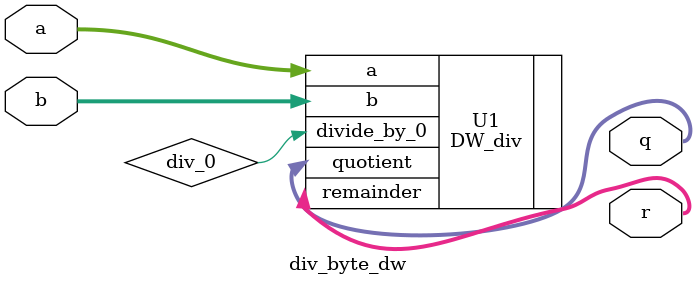
<source format=v>
module div_byte_dw(
	input [7:0] a,
	input [7:0] b,
	output [7:0] q,
	output [7:0] r
	);

	wire div_0;

	DW_div #(8, 8, 0, 1)
		U1 (.a(a), .b(b),
			.quotient(q),
			.remainder(r),
			.divide_by_0(div_0)
			);
endmodule

</source>
